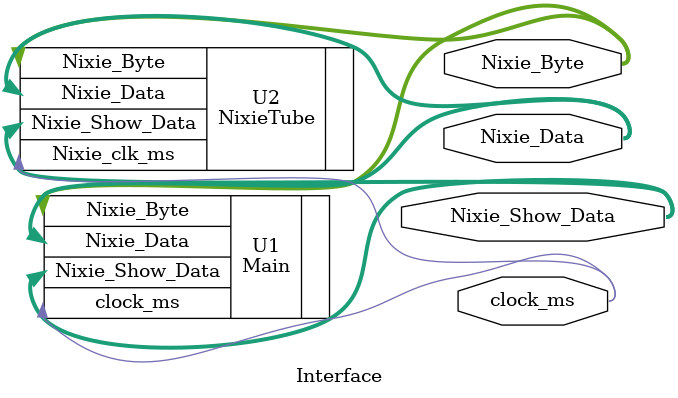
<source format=sv>
/*******************************(C) COPYRIGHT 2016 Wind（谢玉伸）*********************************/
/**============================================================================
* @FileName    : Interface.v
* @Description : 接口
* @Date        : 2016/10/27
* @By          : Wind（谢玉伸）
* @Email       : 1659567673@ qq.com
* @Platform    : Quartus II 15.0 (64-bit) (EP4CE15F23C8)
* @Explain     : None
*=============================================================================*/    
module Interface
(  
	Nixie_Show_Data,
	clock_ms,
	Nixie_Data,
	Nixie_Byte,
);
 
output[23:0] Nixie_Show_Data; 
output clock_ms;
output[7:0] Nixie_Data;
output[5:0] Nixie_Byte;

Main U1
( 
	.Nixie_Show_Data(Nixie_Show_Data),
	.clock_ms(clock_ms),
	.Nixie_Data(Nixie_Data),
	.Nixie_Byte(Nixie_Byte),
	
);


NixieTube U2
( 
	.Nixie_Show_Data(Nixie_Show_Data),
	.Nixie_clk_ms(clock_ms),
	.Nixie_Data(Nixie_Data),
	.Nixie_Byte(Nixie_Byte),
	
);
 
 
 
 
 
 
endmodule
/*******************************(C) COPYRIGHT 2016 Wind（谢玉伸）*********************************/
  
 
  
  
</source>
